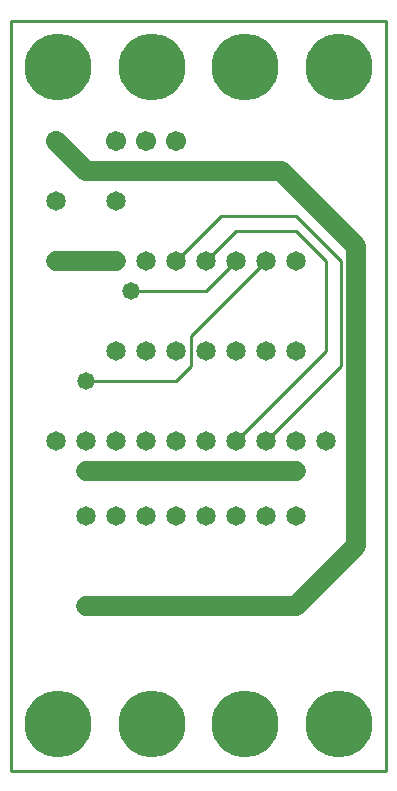
<source format=gbl>
%MOIN*%
%FSLAX25Y25*%
G04 D10 used for Character Trace; *
G04     Circle (OD=.01000) (No hole)*
G04 D11 used for Power Trace; *
G04     Circle (OD=.06700) (No hole)*
G04 D12 used for Signal Trace; *
G04     Circle (OD=.01100) (No hole)*
G04 D13 used for Via; *
G04     Circle (OD=.05800) (Round. Hole ID=.02800)*
G04 D14 used for Component hole; *
G04     Circle (OD=.06500) (Round. Hole ID=.03500)*
G04 D15 used for Component hole; *
G04     Circle (OD=.06700) (Round. Hole ID=.04300)*
G04 D16 used for Component hole; *
G04     Circle (OD=.08100) (Round. Hole ID=.05100)*
G04 D17 used for Component hole; *
G04     Circle (OD=.08900) (Round. Hole ID=.05900)*
G04 D18 used for Component hole; *
G04     Circle (OD=.11300) (Round. Hole ID=.08300)*
G04 D19 used for Component hole; *
G04     Circle (OD=.16000) (Round. Hole ID=.13000)*
G04 D20 used for Component hole; *
G04     Circle (OD=.18300) (Round. Hole ID=.15300)*
G04 D21 used for Component hole; *
G04     Circle (OD=.22291) (Round. Hole ID=.19291)*
%ADD10C,.01000*%
%ADD11C,.06700*%
%ADD12C,.01100*%
%ADD13C,.05800*%
%ADD14C,.06500*%
%ADD15C,.06700*%
%ADD16C,.08100*%
%ADD17C,.08900*%
%ADD18C,.11300*%
%ADD19C,.16000*%
%ADD20C,.18300*%
%ADD21C,.22291*%
%IPPOS*%
%LPD*%
G90*X0Y0D02*D21*X15625Y15625D03*X46875D03*D14*    
X55000Y55000D03*D11*X45000D01*D14*D03*D11*        
X35000D01*D14*D03*D11*X25000D01*D14*D03*          
X55000Y85000D03*X45000D03*X35000D03*D11*          
X55000Y55000D02*X65000D01*D14*D03*D11*X75000D01*  
D14*D03*D11*X85000D01*D14*D03*D11*X95000D01*D14*  
D03*D11*X115000Y75000D01*Y175000D01*              
X90000Y200000D01*X25000D01*X15000Y210000D01*D15*  
D03*D14*X35000Y190000D03*D15*Y210000D03*D14*      
X15000Y190000D03*D21*X15625Y234375D03*D15*        
X45000Y210000D03*D21*X46875Y234375D03*D14*        
X55000Y170000D03*D12*X70000Y185000D01*X95000D01*  
X110000Y170000D01*Y135000D01*X85000Y110000D01*D14*
D03*X95000Y100000D03*D11*X85000D01*D14*D03*D11*   
X75000D01*D14*D03*D11*X65000D01*D14*D03*D11*      
X55000D01*D14*D03*D11*X45000D01*D14*D03*D11*      
X35000D01*D14*D03*D11*X25000D01*D14*D03*          
X35000Y110000D03*X15000D03*X25000D03*Y85000D03*   
X45000Y110000D03*D12*X25000Y130000D02*X55000D01*  
D13*X25000D03*D14*X35000Y140000D03*X45000D03*     
X55000Y110000D03*D13*X40000Y160000D03*D12*        
X65000D01*X75000Y170000D01*D14*D03*X85000D03*D12* 
X60000Y145000D01*Y135000D01*X55000Y130000D01*D14* 
X65000Y140000D03*X55000D03*X75000Y110000D03*D12*  
X105000Y140000D01*Y170000D01*X95000Y180000D01*    
X75000D01*X65000Y170000D01*D14*D03*X45000D03*     
X95000Y140000D03*Y170000D03*X35000D03*D11*        
X15000D01*D13*D03*D15*X55000Y210000D03*D14*       
X75000Y140000D03*X65000Y110000D03*D21*            
X78125Y234375D03*D14*X85000Y140000D03*            
X95000Y110000D03*D12*X0Y0D02*Y250000D01*Y0D02*    
X125000D01*Y250000D01*X0D01*D21*X109375Y234375D03*
D14*X105000Y110000D03*X65000Y85000D03*X75000D03*  
X85000D03*X95000D03*D21*X78125Y15625D03*          
X109375D03*M02*                                   

</source>
